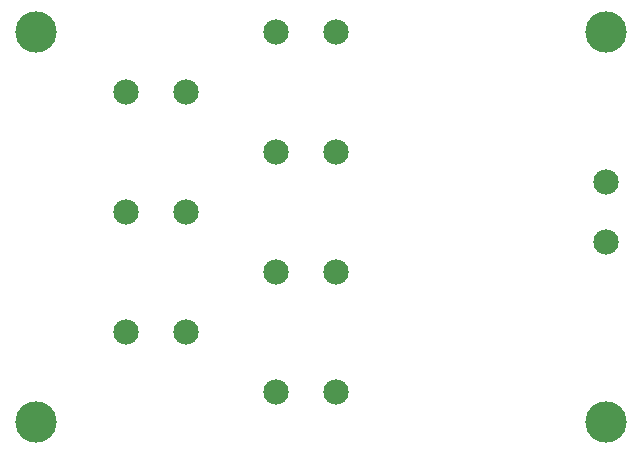
<source format=gbs>
G04 #@! TF.GenerationSoftware,KiCad,Pcbnew,(6.0.9)*
G04 #@! TF.CreationDate,2022-12-20T19:21:54-08:00*
G04 #@! TF.ProjectId,light_distribution,6c696768-745f-4646-9973-747269627574,rev?*
G04 #@! TF.SameCoordinates,Original*
G04 #@! TF.FileFunction,Soldermask,Bot*
G04 #@! TF.FilePolarity,Negative*
%FSLAX46Y46*%
G04 Gerber Fmt 4.6, Leading zero omitted, Abs format (unit mm)*
G04 Created by KiCad (PCBNEW (6.0.9)) date 2022-12-20 19:21:54*
%MOMM*%
%LPD*%
G01*
G04 APERTURE LIST*
%ADD10C,3.500000*%
%ADD11C,2.145000*%
G04 APERTURE END LIST*
D10*
X162560000Y-81280000D03*
D11*
X121920000Y-106680000D03*
X127000000Y-106680000D03*
X121920000Y-86360000D03*
X127000000Y-86360000D03*
X162560000Y-99060000D03*
X162560000Y-93980000D03*
X121920000Y-96520000D03*
X127000000Y-96520000D03*
X134620000Y-101600000D03*
X139700000Y-101600000D03*
D10*
X114300000Y-114300000D03*
D11*
X134620000Y-111760000D03*
X139700000Y-111760000D03*
X134620000Y-91440000D03*
X139700000Y-91440000D03*
D10*
X162560000Y-114300000D03*
X114300000Y-81280000D03*
D11*
X134620000Y-81280000D03*
X139700000Y-81280000D03*
M02*

</source>
